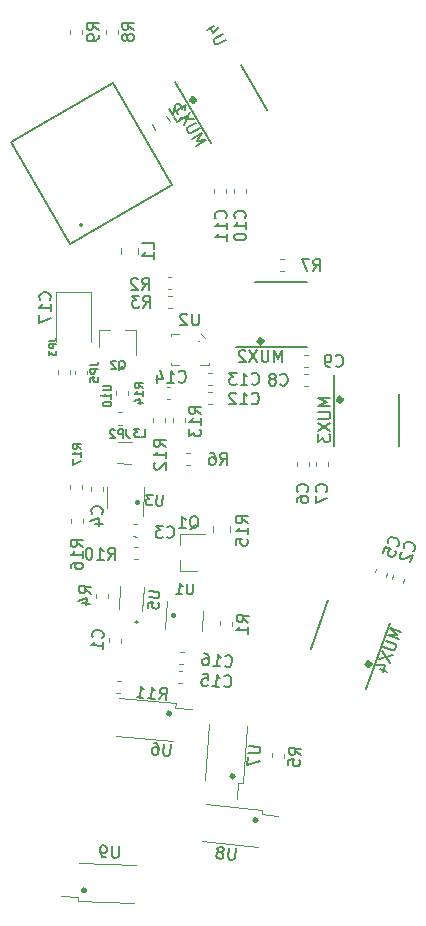
<source format=gbo>
G04 #@! TF.GenerationSoftware,KiCad,Pcbnew,(5.0.0)*
G04 #@! TF.CreationDate,2020-01-29T13:36:11+01:00*
G04 #@! TF.ProjectId,Insole_PCB,496E736F6C655F5043422E6B69636164,rev?*
G04 #@! TF.SameCoordinates,Original*
G04 #@! TF.FileFunction,Legend,Bot*
G04 #@! TF.FilePolarity,Positive*
%FSLAX46Y46*%
G04 Gerber Fmt 4.6, Leading zero omitted, Abs format (unit mm)*
G04 Created by KiCad (PCBNEW (5.0.0)) date 01/29/20 13:36:11*
%MOMM*%
%LPD*%
G01*
G04 APERTURE LIST*
%ADD10C,0.120000*%
%ADD11C,0.400000*%
%ADD12C,0.200000*%
%ADD13C,0.100000*%
%ADD14C,0.150000*%
%ADD15C,0.300000*%
%ADD16C,0.130000*%
G04 APERTURE END LIST*
D10*
G04 #@! TO.C,R17*
X185649453Y-179033486D02*
X185649453Y-178707928D01*
X186669453Y-179033486D02*
X186669453Y-178707928D01*
G04 #@! TO.C,C3*
X190965600Y-182017944D02*
X191291108Y-182023626D01*
X190947798Y-183037788D02*
X191273306Y-183043470D01*
D11*
G04 #@! TO.C,U3*
X191272327Y-180157226D02*
G75*
G03X191272327Y-180157226I0J0D01*
G01*
D10*
X191854581Y-178887194D02*
X191812172Y-181316824D01*
X188754332Y-180593347D02*
X188785049Y-178833615D01*
D12*
G04 #@! TO.C,U2*
X196549453Y-166460707D02*
G75*
G03X196549453Y-166460707I0J0D01*
G01*
D13*
X194149453Y-165860707D02*
X194149453Y-166080707D01*
X194869453Y-165860707D02*
X194149453Y-165860707D01*
X194149453Y-168560707D02*
X194869453Y-168560707D01*
X194149453Y-168340707D02*
X194149453Y-168560707D01*
X197349453Y-168560707D02*
X197349453Y-168340707D01*
X197349453Y-168560707D02*
X196629453Y-168560707D01*
X197049453Y-166260707D02*
X196699453Y-165910707D01*
D10*
G04 #@! TO.C,C1*
X189939566Y-191723900D02*
X189916856Y-192048665D01*
X188922050Y-191652749D02*
X188899340Y-191977514D01*
G04 #@! TO.C,C2*
X213934370Y-186682175D02*
X213823023Y-186988099D01*
X212975883Y-186333315D02*
X212864536Y-186639239D01*
G04 #@! TO.C,C4*
X188450216Y-178844854D02*
X188444534Y-179170362D01*
X187430372Y-178827052D02*
X187424690Y-179152560D01*
G04 #@! TO.C,C5*
X212484370Y-186132175D02*
X212373023Y-186438099D01*
X211525883Y-185783315D02*
X211414536Y-186089239D01*
G04 #@! TO.C,C6*
X204839453Y-177060986D02*
X204839453Y-176735428D01*
X205859453Y-177060986D02*
X205859453Y-176735428D01*
G04 #@! TO.C,C7*
X206439453Y-177073486D02*
X206439453Y-176747928D01*
X207459453Y-177073486D02*
X207459453Y-176747928D01*
G04 #@! TO.C,C8*
X205399174Y-169300707D02*
X205724732Y-169300707D01*
X205399174Y-170320707D02*
X205724732Y-170320707D01*
G04 #@! TO.C,C9*
X205399174Y-167700707D02*
X205724732Y-167700707D01*
X205399174Y-168720707D02*
X205724732Y-168720707D01*
G04 #@! TO.C,C10*
X199464453Y-153935986D02*
X199464453Y-153610428D01*
X200484453Y-153935986D02*
X200484453Y-153610428D01*
G04 #@! TO.C,C11*
X197839453Y-153948486D02*
X197839453Y-153622928D01*
X198859453Y-153948486D02*
X198859453Y-153622928D01*
G04 #@! TO.C,C12*
X197599732Y-171820707D02*
X197274174Y-171820707D01*
X197599732Y-170800707D02*
X197274174Y-170800707D01*
G04 #@! TO.C,C13*
X197599732Y-170220707D02*
X197274174Y-170220707D01*
X197599732Y-169200707D02*
X197274174Y-169200707D01*
G04 #@! TO.C,C14*
X193786674Y-170400707D02*
X194112232Y-170400707D01*
X193786674Y-171420707D02*
X194112232Y-171420707D01*
G04 #@! TO.C,L1*
X189909453Y-159116959D02*
X189909453Y-158594455D01*
X191329453Y-159116959D02*
X191329453Y-158594455D01*
G04 #@! TO.C,L2*
X192815201Y-148601958D02*
X192553949Y-148149456D01*
X194044957Y-147891958D02*
X193783705Y-147439456D01*
D11*
G04 #@! TO.C,MUX1*
X196165709Y-146088464D02*
G75*
G03X196165709Y-146088464I-158114J0D01*
G01*
D14*
X194537082Y-144541461D02*
X197524582Y-149715963D01*
X200109372Y-143142951D02*
X202309372Y-146953463D01*
D11*
G04 #@! TO.C,MUX2*
X201907567Y-166510707D02*
G75*
G03X201907567Y-166510707I-158114J0D01*
G01*
D14*
X199674453Y-167010707D02*
X205649453Y-167010707D01*
X201249453Y-161485707D02*
X205649453Y-161485707D01*
D11*
G04 #@! TO.C,MUX3*
X208607567Y-171460707D02*
G75*
G03X208607567Y-171460707I-158114J0D01*
G01*
D14*
X207949453Y-169385707D02*
X207949453Y-175360707D01*
X213474453Y-170960707D02*
X213474453Y-175360707D01*
D11*
G04 #@! TO.C,MUX4*
X211037426Y-193844831D02*
G75*
G03X211037426Y-193844831I-158114J0D01*
G01*
D14*
X210639466Y-195965703D02*
X212683037Y-190351040D01*
X205986346Y-192596026D02*
X207491235Y-188461378D01*
D10*
G04 #@! TO.C,Q2*
X188069453Y-165550707D02*
X188069453Y-167010707D01*
X191229453Y-165550707D02*
X191229453Y-167710707D01*
X191229453Y-165550707D02*
X190299453Y-165550707D01*
X188069453Y-165550707D02*
X188999453Y-165550707D01*
G04 #@! TO.C,R1*
X198312848Y-190530151D02*
X198329886Y-190205039D01*
X199331450Y-190583533D02*
X199348488Y-190258421D01*
G04 #@! TO.C,R2*
X193874174Y-161100707D02*
X194199732Y-161100707D01*
X193874174Y-162120707D02*
X194199732Y-162120707D01*
G04 #@! TO.C,R3*
X193886674Y-162700707D02*
X194212232Y-162700707D01*
X193886674Y-163720707D02*
X194212232Y-163720707D01*
G04 #@! TO.C,R4*
X188854823Y-187935826D02*
X188843461Y-188261186D01*
X187835445Y-187900228D02*
X187824083Y-188225588D01*
G04 #@! TO.C,R5*
X202729340Y-201737514D02*
X202752050Y-201412749D01*
X203746856Y-201808665D02*
X203769566Y-201483900D01*
G04 #@! TO.C,R6*
X195474174Y-176000707D02*
X195799732Y-176000707D01*
X195474174Y-177020707D02*
X195799732Y-177020707D01*
G04 #@! TO.C,R7*
X203386674Y-159550707D02*
X203712232Y-159550707D01*
X203386674Y-160570707D02*
X203712232Y-160570707D01*
G04 #@! TO.C,R8*
X188639453Y-140460986D02*
X188639453Y-140135428D01*
X189659453Y-140460986D02*
X189659453Y-140135428D01*
G04 #@! TO.C,R9*
X185639453Y-140473486D02*
X185639453Y-140147928D01*
X186659453Y-140473486D02*
X186659453Y-140147928D01*
G04 #@! TO.C,R10*
X191021174Y-183942707D02*
X191346732Y-183942707D01*
X191021174Y-184962707D02*
X191346732Y-184962707D01*
G04 #@! TO.C,R11*
X189851666Y-196332953D02*
X189527347Y-196304579D01*
X189940565Y-195316835D02*
X189616246Y-195288461D01*
G04 #@! TO.C,R12*
X192639453Y-173360986D02*
X192639453Y-173035428D01*
X193659453Y-173360986D02*
X193659453Y-173035428D01*
G04 #@! TO.C,R13*
X195359453Y-173047928D02*
X195359453Y-173373486D01*
X194339453Y-173047928D02*
X194339453Y-173373486D01*
G04 #@! TO.C,R14*
X189539453Y-171085986D02*
X189539453Y-170760428D01*
X190559453Y-171085986D02*
X190559453Y-170760428D01*
D11*
G04 #@! TO.C,U1*
X194321689Y-189661536D02*
G75*
G03X194321689Y-189661536I0J0D01*
G01*
D10*
X193695467Y-190910474D02*
X193822643Y-188483804D01*
X196853371Y-189313557D02*
X196761259Y-191071145D01*
D15*
G04 #@! TO.C,U4*
X186575929Y-156638014D02*
G75*
G03X186575929Y-156638014I0J0D01*
G01*
D14*
X194282241Y-153285738D02*
X185621987Y-158285738D01*
X189282241Y-144625484D02*
X194282241Y-153285738D01*
X180621987Y-149625484D02*
X189282241Y-144625484D01*
X185621987Y-158285738D02*
X180621987Y-149625484D01*
D12*
G04 #@! TO.C,U5*
X191358234Y-190304665D02*
G75*
G02X191158722Y-190290713I-99756J6976D01*
G01*
X191158721Y-190290713D02*
G75*
G02X191358235Y-190304665I99757J-6976D01*
G01*
X191158722Y-190290713D02*
X191158722Y-190290713D01*
X191358235Y-190304665D02*
X191358235Y-190304665D01*
D13*
X189871645Y-187193386D02*
X189732132Y-189188515D01*
X191866774Y-187332899D02*
X191727261Y-189328028D01*
D11*
G04 #@! TO.C,U6*
X194069584Y-198028776D02*
G75*
G03X194069584Y-198028776I-70710J0D01*
G01*
D10*
X194300000Y-200323754D02*
X189518265Y-199905407D01*
X194578898Y-197135931D02*
X189797163Y-196717584D01*
X194544036Y-197534409D02*
X195938708Y-197656427D01*
X194578898Y-197135931D02*
X194544036Y-197534409D01*
D11*
G04 #@! TO.C,U7*
X199436042Y-203351420D02*
G75*
G03X199436042Y-203351420I-70710J0D01*
G01*
D10*
X197075959Y-203692553D02*
X197410790Y-198904245D01*
X200268164Y-203915774D02*
X200602995Y-199127466D01*
X199869139Y-203887871D02*
X199771480Y-205284461D01*
X200268164Y-203915774D02*
X199869139Y-203887871D01*
D11*
G04 #@! TO.C,U8*
X201377698Y-207062872D02*
G75*
G03X201377698Y-207062872I-70710J0D01*
G01*
D10*
X201568015Y-209362756D02*
X196794310Y-208861019D01*
X201902506Y-206180285D02*
X197128801Y-205678549D01*
X201860694Y-206578094D02*
X203253025Y-206724434D01*
X201902506Y-206180285D02*
X201860694Y-206578094D01*
D11*
G04 #@! TO.C,U9*
X186868637Y-213004002D02*
G75*
G03X186868637Y-213004002I-70711J0D01*
G01*
D10*
X186377103Y-210727929D02*
X191174179Y-210895447D01*
X186265425Y-213925980D02*
X191062501Y-214093497D01*
X186279385Y-213526223D02*
X184880237Y-213477364D01*
X186265425Y-213925980D02*
X186279385Y-213526223D01*
G04 #@! TO.C,C15*
X194808228Y-194395527D02*
X195132993Y-194418237D01*
X194737077Y-195413043D02*
X195061842Y-195435753D01*
G04 #@! TO.C,C16*
X194927647Y-192825593D02*
X195252412Y-192848303D01*
X194856496Y-193843109D02*
X195181261Y-193865819D01*
G04 #@! TO.C,C17*
X187409453Y-162340707D02*
X187409453Y-166550707D01*
X184389453Y-162340707D02*
X187409453Y-162340707D01*
X184389453Y-166550707D02*
X184389453Y-162340707D01*
G04 #@! TO.C,Q1*
X194889453Y-185950707D02*
X194889453Y-185020707D01*
X194889453Y-182790707D02*
X194889453Y-183720707D01*
X194889453Y-182790707D02*
X197049453Y-182790707D01*
X194889453Y-185950707D02*
X196349453Y-185950707D01*
G04 #@! TO.C,R15*
X199149453Y-182174629D02*
X199149453Y-182691785D01*
X197729453Y-182174629D02*
X197729453Y-182691785D01*
G04 #@! TO.C,L3*
X190841307Y-175051353D02*
X189637362Y-175030338D01*
X190809544Y-176871076D02*
X189605599Y-176850061D01*
G04 #@! TO.C,JP2*
X189982232Y-172540707D02*
X189656674Y-172540707D01*
X189982232Y-173560707D02*
X189656674Y-173560707D01*
G04 #@! TO.C,JP5*
X186059453Y-169323486D02*
X186059453Y-168997928D01*
X187079453Y-169323486D02*
X187079453Y-168997928D01*
G04 #@! TO.C,R16*
X185659453Y-181567928D02*
X185659453Y-181893486D01*
X186679453Y-181567928D02*
X186679453Y-181893486D01*
D12*
G04 #@! TO.C,U10*
X188233453Y-171138707D02*
G75*
G03X188233453Y-171138707I-25000J0D01*
G01*
D10*
G04 #@! TO.C,JP3*
X185589453Y-169303486D02*
X185589453Y-168977928D01*
X184569453Y-169303486D02*
X184569453Y-168977928D01*
G04 #@! TO.C,R17*
D14*
X186556119Y-175610707D02*
X186222786Y-175377373D01*
X186556119Y-175210707D02*
X185856119Y-175210707D01*
X185856119Y-175477373D01*
X185889453Y-175544040D01*
X185922786Y-175577373D01*
X185989453Y-175610707D01*
X186089453Y-175610707D01*
X186156119Y-175577373D01*
X186189453Y-175544040D01*
X186222786Y-175477373D01*
X186222786Y-175210707D01*
X186556119Y-176277373D02*
X186556119Y-175877373D01*
X186556119Y-176077373D02*
X185856119Y-176077373D01*
X185956119Y-176010707D01*
X186022786Y-175944040D01*
X186056119Y-175877373D01*
X185856119Y-176510707D02*
X185856119Y-176977373D01*
X186556119Y-176677373D01*
G04 #@! TO.C,C3*
X193807400Y-183062599D02*
X193854181Y-183111042D01*
X193996185Y-183161147D01*
X194091408Y-183162809D01*
X194235075Y-183117690D01*
X194331961Y-183024129D01*
X194381235Y-182929736D01*
X194432171Y-182740120D01*
X194434664Y-182597285D01*
X194390376Y-182406006D01*
X194344427Y-182309952D01*
X194250865Y-182213066D01*
X194108861Y-182162961D01*
X194013637Y-182161299D01*
X193869971Y-182206417D01*
X193821528Y-182253198D01*
X193489907Y-182152157D02*
X192870954Y-182141353D01*
X193197588Y-182528065D01*
X193054753Y-182525572D01*
X192958698Y-182571522D01*
X192910255Y-182618302D01*
X192860981Y-182712695D01*
X192856826Y-182950754D01*
X192902776Y-183046808D01*
X192949556Y-183095251D01*
X193043949Y-183144525D01*
X193329620Y-183149512D01*
X193425674Y-183103562D01*
X193474117Y-183056781D01*
G04 #@! TO.C,U3*
X193457664Y-179533892D02*
X193444949Y-180262352D01*
X193400602Y-180347306D01*
X193357003Y-180389408D01*
X193270554Y-180430763D01*
X193099152Y-180427771D01*
X193014199Y-180383424D01*
X192972096Y-180339826D01*
X192930741Y-180253377D01*
X192943457Y-179524916D01*
X192600652Y-179518933D02*
X192043594Y-179509209D01*
X192337564Y-179857250D01*
X192209012Y-179855006D01*
X192122563Y-179896361D01*
X192078965Y-179938463D01*
X192034618Y-180023416D01*
X192030878Y-180237670D01*
X192072233Y-180324119D01*
X192114336Y-180367717D01*
X192199289Y-180412064D01*
X192456393Y-180416552D01*
X192542842Y-180375197D01*
X192586440Y-180333094D01*
G04 #@! TO.C,U2*
X196511357Y-164163087D02*
X196511357Y-164972611D01*
X196463738Y-165067849D01*
X196416119Y-165115468D01*
X196320881Y-165163087D01*
X196130405Y-165163087D01*
X196035167Y-165115468D01*
X195987548Y-165067849D01*
X195939929Y-164972611D01*
X195939929Y-164163087D01*
X195511357Y-164258326D02*
X195463738Y-164210707D01*
X195368500Y-164163087D01*
X195130405Y-164163087D01*
X195035167Y-164210707D01*
X194987548Y-164258326D01*
X194939929Y-164353564D01*
X194939929Y-164448802D01*
X194987548Y-164591659D01*
X195558976Y-165163087D01*
X194939929Y-165163087D01*
G04 #@! TO.C,C1*
X188360834Y-191609607D02*
X188411659Y-191565426D01*
X188469128Y-191426238D01*
X188475771Y-191331232D01*
X188438233Y-191185401D01*
X188349871Y-191083752D01*
X188258186Y-191029605D01*
X188071496Y-190968815D01*
X187928987Y-190958850D01*
X187735653Y-190993066D01*
X187637325Y-191033926D01*
X187535675Y-191122288D01*
X187478207Y-191261476D01*
X187471563Y-191356482D01*
X187509101Y-191502313D01*
X187553283Y-191553137D01*
X188389406Y-192566311D02*
X188429267Y-191996275D01*
X188409336Y-192281293D02*
X187411772Y-192211537D01*
X187560925Y-192126496D01*
X187662574Y-192038133D01*
X187716721Y-191946449D01*
G04 #@! TO.C,C2*
X214642060Y-184276241D02*
X214703094Y-184247781D01*
X214796702Y-184129825D01*
X214829275Y-184040331D01*
X214833388Y-183889802D01*
X214776467Y-183767734D01*
X214703259Y-183690414D01*
X214540556Y-183580520D01*
X214406314Y-183531660D01*
X214211039Y-183511260D01*
X214105257Y-183523434D01*
X213983190Y-183580356D01*
X213889582Y-183698311D01*
X213857009Y-183787805D01*
X213852896Y-183938334D01*
X213881357Y-183999368D01*
X213751063Y-184357346D02*
X213690029Y-184385806D01*
X213612709Y-184459014D01*
X213531276Y-184682751D01*
X213543449Y-184788532D01*
X213571910Y-184849566D01*
X213645118Y-184926886D01*
X213734612Y-184959460D01*
X213885141Y-184963572D01*
X214617548Y-184622045D01*
X214405821Y-185203760D01*
G04 #@! TO.C,C4*
X188297450Y-181124298D02*
X188345893Y-181077517D01*
X188395998Y-180935513D01*
X188397660Y-180840290D01*
X188352541Y-180696623D01*
X188258980Y-180599737D01*
X188164587Y-180550463D01*
X187974971Y-180499527D01*
X187832136Y-180497034D01*
X187640857Y-180541322D01*
X187544803Y-180587271D01*
X187447917Y-180680833D01*
X187397812Y-180822837D01*
X187396150Y-180918061D01*
X187441268Y-181061727D01*
X187488049Y-181110170D01*
X187711149Y-181971338D02*
X188377714Y-181982973D01*
X187334410Y-181726630D02*
X188052742Y-181501037D01*
X188041938Y-182119991D01*
G04 #@! TO.C,C5*
X213292060Y-183876241D02*
X213353094Y-183847781D01*
X213446702Y-183729825D01*
X213479275Y-183640331D01*
X213483388Y-183489802D01*
X213426467Y-183367734D01*
X213353259Y-183290414D01*
X213190556Y-183180520D01*
X213056314Y-183131660D01*
X212861039Y-183111260D01*
X212755257Y-183123434D01*
X212633190Y-183180356D01*
X212539582Y-183298311D01*
X212507009Y-183387805D01*
X212502896Y-183538334D01*
X212531357Y-183599368D01*
X212132415Y-184416992D02*
X212295282Y-183969520D01*
X212759042Y-184087639D01*
X212698008Y-184116100D01*
X212620687Y-184189308D01*
X212539254Y-184413044D01*
X212551428Y-184518825D01*
X212579888Y-184579859D01*
X212653096Y-184657180D01*
X212876832Y-184738613D01*
X212982614Y-184726439D01*
X213043648Y-184697979D01*
X213120968Y-184624771D01*
X213202401Y-184401034D01*
X213190228Y-184295253D01*
X213161767Y-184234219D01*
G04 #@! TO.C,C6*
X205706595Y-179244040D02*
X205754214Y-179196421D01*
X205801833Y-179053564D01*
X205801833Y-178958326D01*
X205754214Y-178815468D01*
X205658976Y-178720230D01*
X205563738Y-178672611D01*
X205373262Y-178624992D01*
X205230405Y-178624992D01*
X205039929Y-178672611D01*
X204944691Y-178720230D01*
X204849453Y-178815468D01*
X204801833Y-178958326D01*
X204801833Y-179053564D01*
X204849453Y-179196421D01*
X204897072Y-179244040D01*
X204801833Y-180101183D02*
X204801833Y-179910707D01*
X204849453Y-179815468D01*
X204897072Y-179767849D01*
X205039929Y-179672611D01*
X205230405Y-179624992D01*
X205611357Y-179624992D01*
X205706595Y-179672611D01*
X205754214Y-179720230D01*
X205801833Y-179815468D01*
X205801833Y-180005945D01*
X205754214Y-180101183D01*
X205706595Y-180148802D01*
X205611357Y-180196421D01*
X205373262Y-180196421D01*
X205278024Y-180148802D01*
X205230405Y-180101183D01*
X205182786Y-180005945D01*
X205182786Y-179815468D01*
X205230405Y-179720230D01*
X205278024Y-179672611D01*
X205373262Y-179624992D01*
G04 #@! TO.C,C7*
X207306595Y-179244040D02*
X207354214Y-179196421D01*
X207401833Y-179053564D01*
X207401833Y-178958326D01*
X207354214Y-178815468D01*
X207258976Y-178720230D01*
X207163738Y-178672611D01*
X206973262Y-178624992D01*
X206830405Y-178624992D01*
X206639929Y-178672611D01*
X206544691Y-178720230D01*
X206449453Y-178815468D01*
X206401833Y-178958326D01*
X206401833Y-179053564D01*
X206449453Y-179196421D01*
X206497072Y-179244040D01*
X206401833Y-179577373D02*
X206401833Y-180244040D01*
X207401833Y-179815468D01*
G04 #@! TO.C,C8*
X203416119Y-170167849D02*
X203463738Y-170215468D01*
X203606595Y-170263087D01*
X203701833Y-170263087D01*
X203844691Y-170215468D01*
X203939929Y-170120230D01*
X203987548Y-170024992D01*
X204035167Y-169834516D01*
X204035167Y-169691659D01*
X203987548Y-169501183D01*
X203939929Y-169405945D01*
X203844691Y-169310707D01*
X203701833Y-169263087D01*
X203606595Y-169263087D01*
X203463738Y-169310707D01*
X203416119Y-169358326D01*
X202844691Y-169691659D02*
X202939929Y-169644040D01*
X202987548Y-169596421D01*
X203035167Y-169501183D01*
X203035167Y-169453564D01*
X202987548Y-169358326D01*
X202939929Y-169310707D01*
X202844691Y-169263087D01*
X202654214Y-169263087D01*
X202558976Y-169310707D01*
X202511357Y-169358326D01*
X202463738Y-169453564D01*
X202463738Y-169501183D01*
X202511357Y-169596421D01*
X202558976Y-169644040D01*
X202654214Y-169691659D01*
X202844691Y-169691659D01*
X202939929Y-169739278D01*
X202987548Y-169786897D01*
X203035167Y-169882135D01*
X203035167Y-170072611D01*
X202987548Y-170167849D01*
X202939929Y-170215468D01*
X202844691Y-170263087D01*
X202654214Y-170263087D01*
X202558976Y-170215468D01*
X202511357Y-170167849D01*
X202463738Y-170072611D01*
X202463738Y-169882135D01*
X202511357Y-169786897D01*
X202558976Y-169739278D01*
X202654214Y-169691659D01*
G04 #@! TO.C,C9*
X208116119Y-168567849D02*
X208163738Y-168615468D01*
X208306595Y-168663087D01*
X208401833Y-168663087D01*
X208544691Y-168615468D01*
X208639929Y-168520230D01*
X208687548Y-168424992D01*
X208735167Y-168234516D01*
X208735167Y-168091659D01*
X208687548Y-167901183D01*
X208639929Y-167805945D01*
X208544691Y-167710707D01*
X208401833Y-167663087D01*
X208306595Y-167663087D01*
X208163738Y-167710707D01*
X208116119Y-167758326D01*
X207639929Y-168663087D02*
X207449453Y-168663087D01*
X207354214Y-168615468D01*
X207306595Y-168567849D01*
X207211357Y-168424992D01*
X207163738Y-168234516D01*
X207163738Y-167853564D01*
X207211357Y-167758326D01*
X207258976Y-167710707D01*
X207354214Y-167663087D01*
X207544691Y-167663087D01*
X207639929Y-167710707D01*
X207687548Y-167758326D01*
X207735167Y-167853564D01*
X207735167Y-168091659D01*
X207687548Y-168186897D01*
X207639929Y-168234516D01*
X207544691Y-168282135D01*
X207354214Y-168282135D01*
X207258976Y-168234516D01*
X207211357Y-168186897D01*
X207163738Y-168091659D01*
G04 #@! TO.C,C10*
X200406595Y-156067849D02*
X200454214Y-156020230D01*
X200501833Y-155877373D01*
X200501833Y-155782135D01*
X200454214Y-155639278D01*
X200358976Y-155544040D01*
X200263738Y-155496421D01*
X200073262Y-155448802D01*
X199930405Y-155448802D01*
X199739929Y-155496421D01*
X199644691Y-155544040D01*
X199549453Y-155639278D01*
X199501833Y-155782135D01*
X199501833Y-155877373D01*
X199549453Y-156020230D01*
X199597072Y-156067849D01*
X200501833Y-157020230D02*
X200501833Y-156448802D01*
X200501833Y-156734516D02*
X199501833Y-156734516D01*
X199644691Y-156639278D01*
X199739929Y-156544040D01*
X199787548Y-156448802D01*
X199501833Y-157639278D02*
X199501833Y-157734516D01*
X199549453Y-157829754D01*
X199597072Y-157877373D01*
X199692310Y-157924992D01*
X199882786Y-157972611D01*
X200120881Y-157972611D01*
X200311357Y-157924992D01*
X200406595Y-157877373D01*
X200454214Y-157829754D01*
X200501833Y-157734516D01*
X200501833Y-157639278D01*
X200454214Y-157544040D01*
X200406595Y-157496421D01*
X200311357Y-157448802D01*
X200120881Y-157401183D01*
X199882786Y-157401183D01*
X199692310Y-157448802D01*
X199597072Y-157496421D01*
X199549453Y-157544040D01*
X199501833Y-157639278D01*
G04 #@! TO.C,C11*
X198781595Y-156092849D02*
X198829214Y-156045230D01*
X198876833Y-155902373D01*
X198876833Y-155807135D01*
X198829214Y-155664278D01*
X198733976Y-155569040D01*
X198638738Y-155521421D01*
X198448262Y-155473802D01*
X198305405Y-155473802D01*
X198114929Y-155521421D01*
X198019691Y-155569040D01*
X197924453Y-155664278D01*
X197876833Y-155807135D01*
X197876833Y-155902373D01*
X197924453Y-156045230D01*
X197972072Y-156092849D01*
X198876833Y-157045230D02*
X198876833Y-156473802D01*
X198876833Y-156759516D02*
X197876833Y-156759516D01*
X198019691Y-156664278D01*
X198114929Y-156569040D01*
X198162548Y-156473802D01*
X198876833Y-157997611D02*
X198876833Y-157426183D01*
X198876833Y-157711897D02*
X197876833Y-157711897D01*
X198019691Y-157616659D01*
X198114929Y-157521421D01*
X198162548Y-157426183D01*
G04 #@! TO.C,C12*
X200992310Y-171767849D02*
X201039929Y-171815468D01*
X201182786Y-171863087D01*
X201278024Y-171863087D01*
X201420881Y-171815468D01*
X201516119Y-171720230D01*
X201563738Y-171624992D01*
X201611357Y-171434516D01*
X201611357Y-171291659D01*
X201563738Y-171101183D01*
X201516119Y-171005945D01*
X201420881Y-170910707D01*
X201278024Y-170863087D01*
X201182786Y-170863087D01*
X201039929Y-170910707D01*
X200992310Y-170958326D01*
X200039929Y-171863087D02*
X200611357Y-171863087D01*
X200325643Y-171863087D02*
X200325643Y-170863087D01*
X200420881Y-171005945D01*
X200516119Y-171101183D01*
X200611357Y-171148802D01*
X199658976Y-170958326D02*
X199611357Y-170910707D01*
X199516119Y-170863087D01*
X199278024Y-170863087D01*
X199182786Y-170910707D01*
X199135167Y-170958326D01*
X199087548Y-171053564D01*
X199087548Y-171148802D01*
X199135167Y-171291659D01*
X199706595Y-171863087D01*
X199087548Y-171863087D01*
G04 #@! TO.C,C13*
X201002310Y-170097849D02*
X201049929Y-170145468D01*
X201192786Y-170193087D01*
X201288024Y-170193087D01*
X201430881Y-170145468D01*
X201526119Y-170050230D01*
X201573738Y-169954992D01*
X201621357Y-169764516D01*
X201621357Y-169621659D01*
X201573738Y-169431183D01*
X201526119Y-169335945D01*
X201430881Y-169240707D01*
X201288024Y-169193087D01*
X201192786Y-169193087D01*
X201049929Y-169240707D01*
X201002310Y-169288326D01*
X200049929Y-170193087D02*
X200621357Y-170193087D01*
X200335643Y-170193087D02*
X200335643Y-169193087D01*
X200430881Y-169335945D01*
X200526119Y-169431183D01*
X200621357Y-169478802D01*
X199716595Y-169193087D02*
X199097548Y-169193087D01*
X199430881Y-169574040D01*
X199288024Y-169574040D01*
X199192786Y-169621659D01*
X199145167Y-169669278D01*
X199097548Y-169764516D01*
X199097548Y-170002611D01*
X199145167Y-170097849D01*
X199192786Y-170145468D01*
X199288024Y-170193087D01*
X199573738Y-170193087D01*
X199668976Y-170145468D01*
X199716595Y-170097849D01*
G04 #@! TO.C,C14*
X194812310Y-169917849D02*
X194859929Y-169965468D01*
X195002786Y-170013087D01*
X195098024Y-170013087D01*
X195240881Y-169965468D01*
X195336119Y-169870230D01*
X195383738Y-169774992D01*
X195431357Y-169584516D01*
X195431357Y-169441659D01*
X195383738Y-169251183D01*
X195336119Y-169155945D01*
X195240881Y-169060707D01*
X195098024Y-169013087D01*
X195002786Y-169013087D01*
X194859929Y-169060707D01*
X194812310Y-169108326D01*
X193859929Y-170013087D02*
X194431357Y-170013087D01*
X194145643Y-170013087D02*
X194145643Y-169013087D01*
X194240881Y-169155945D01*
X194336119Y-169251183D01*
X194431357Y-169298802D01*
X193002786Y-169346421D02*
X193002786Y-170013087D01*
X193240881Y-168965468D02*
X193478976Y-169679754D01*
X192859929Y-169679754D01*
G04 #@! TO.C,L1*
X192721833Y-158689040D02*
X192721833Y-158212849D01*
X191721833Y-158212849D01*
X192721833Y-159546183D02*
X192721833Y-158974754D01*
X192721833Y-159260468D02*
X191721833Y-159260468D01*
X191864691Y-159165230D01*
X191959929Y-159069992D01*
X192007548Y-158974754D01*
G04 #@! TO.C,L2*
X194419954Y-147566235D02*
X194658050Y-147978628D01*
X195524075Y-147478628D01*
X195060644Y-146866418D02*
X195078074Y-146801369D01*
X195071694Y-146695081D01*
X194952647Y-146488884D01*
X194863788Y-146430215D01*
X194798739Y-146412785D01*
X194692451Y-146419165D01*
X194609973Y-146466784D01*
X194510064Y-146579452D01*
X194300907Y-147360038D01*
X193991383Y-146823927D01*
G04 #@! TO.C,MUX1*
X196288051Y-149978991D02*
X197154076Y-149478991D01*
X196368820Y-149547458D01*
X196820743Y-148901640D01*
X195954718Y-149401640D01*
X196582648Y-148489247D02*
X195881580Y-148894009D01*
X195775292Y-148900389D01*
X195710243Y-148882959D01*
X195621384Y-148824290D01*
X195526146Y-148659333D01*
X195519767Y-148553045D01*
X195537196Y-148487996D01*
X195595865Y-148399137D01*
X196296934Y-147994376D01*
X196106457Y-147664461D02*
X194907099Y-147587111D01*
X195773124Y-147087111D02*
X195240432Y-148164461D01*
X194454718Y-146803564D02*
X194740432Y-147298436D01*
X194597575Y-147051000D02*
X195463600Y-146551000D01*
X195387501Y-146704907D01*
X195352642Y-146835005D01*
X195359022Y-146941293D01*
G04 #@! TO.C,MUX2*
X203558976Y-168263087D02*
X203558976Y-167263087D01*
X203225643Y-167977373D01*
X202892310Y-167263087D01*
X202892310Y-168263087D01*
X202416119Y-167263087D02*
X202416119Y-168072611D01*
X202368500Y-168167849D01*
X202320881Y-168215468D01*
X202225643Y-168263087D01*
X202035167Y-168263087D01*
X201939929Y-168215468D01*
X201892310Y-168167849D01*
X201844691Y-168072611D01*
X201844691Y-167263087D01*
X201463738Y-167263087D02*
X200797072Y-168263087D01*
X200797072Y-167263087D02*
X201463738Y-168263087D01*
X200463738Y-167358326D02*
X200416119Y-167310707D01*
X200320881Y-167263087D01*
X200082786Y-167263087D01*
X199987548Y-167310707D01*
X199939929Y-167358326D01*
X199892310Y-167453564D01*
X199892310Y-167548802D01*
X199939929Y-167691659D01*
X200511357Y-168263087D01*
X199892310Y-168263087D01*
G04 #@! TO.C,MUX3*
X207651833Y-171351183D02*
X206651833Y-171351183D01*
X207366119Y-171684516D01*
X206651833Y-172017849D01*
X207651833Y-172017849D01*
X206651833Y-172494040D02*
X207461357Y-172494040D01*
X207556595Y-172541659D01*
X207604214Y-172589278D01*
X207651833Y-172684516D01*
X207651833Y-172874992D01*
X207604214Y-172970230D01*
X207556595Y-173017849D01*
X207461357Y-173065468D01*
X206651833Y-173065468D01*
X206651833Y-173446421D02*
X207651833Y-174113087D01*
X206651833Y-174113087D02*
X207651833Y-173446421D01*
X206651833Y-174398802D02*
X206651833Y-175017849D01*
X207032786Y-174684516D01*
X207032786Y-174827373D01*
X207080405Y-174922611D01*
X207128024Y-174970230D01*
X207223262Y-175017849D01*
X207461357Y-175017849D01*
X207556595Y-174970230D01*
X207604214Y-174922611D01*
X207651833Y-174827373D01*
X207651833Y-174541659D01*
X207604214Y-174446421D01*
X207556595Y-174398802D01*
G04 #@! TO.C,MUX4*
X213679354Y-191129206D02*
X212739662Y-190787186D01*
X213296864Y-191344717D01*
X212511648Y-191413647D01*
X213451341Y-191755667D01*
X212348781Y-191861120D02*
X213109485Y-192137993D01*
X213182693Y-192215314D01*
X213211153Y-192276348D01*
X213223327Y-192382129D01*
X213158181Y-192561118D01*
X213080860Y-192634326D01*
X213019826Y-192662787D01*
X212914045Y-192674961D01*
X212153341Y-192398087D01*
X212023048Y-192756065D02*
X212734727Y-193724547D01*
X211795034Y-193382527D02*
X212962741Y-193098086D01*
X211831392Y-194257237D02*
X212457854Y-194485251D01*
X211554847Y-193903208D02*
X212307489Y-193923771D01*
X212095763Y-194505486D01*
G04 #@! TO.C,Q2*
X189736119Y-168914040D02*
X189802786Y-168880707D01*
X189869453Y-168814040D01*
X189969453Y-168714040D01*
X190036119Y-168680707D01*
X190102786Y-168680707D01*
X190069453Y-168847373D02*
X190136119Y-168814040D01*
X190202786Y-168747373D01*
X190236119Y-168614040D01*
X190236119Y-168380707D01*
X190202786Y-168247373D01*
X190136119Y-168180707D01*
X190069453Y-168147373D01*
X189936119Y-168147373D01*
X189869453Y-168180707D01*
X189802786Y-168247373D01*
X189769453Y-168380707D01*
X189769453Y-168614040D01*
X189802786Y-168747373D01*
X189869453Y-168814040D01*
X189936119Y-168847373D01*
X190069453Y-168847373D01*
X189502786Y-168214040D02*
X189469453Y-168180707D01*
X189402786Y-168147373D01*
X189236119Y-168147373D01*
X189169453Y-168180707D01*
X189136119Y-168214040D01*
X189102786Y-168280707D01*
X189102786Y-168347373D01*
X189136119Y-168447373D01*
X189536119Y-168847373D01*
X189102786Y-168847373D01*
G04 #@! TO.C,R1*
X200719191Y-190326363D02*
X200261099Y-189968565D01*
X200749097Y-189755718D02*
X199750468Y-189703382D01*
X199730530Y-190083812D01*
X199773100Y-190181412D01*
X199818161Y-190231458D01*
X199910777Y-190283996D01*
X200053438Y-190291472D01*
X200151038Y-190248903D01*
X200201084Y-190203841D01*
X200253622Y-190111226D01*
X200273560Y-189730796D01*
X200669347Y-191277439D02*
X200699254Y-190706793D01*
X200684301Y-190992116D02*
X199685671Y-190939780D01*
X199833317Y-190852149D01*
X199933409Y-190762026D01*
X199985947Y-190669411D01*
G04 #@! TO.C,R2*
X191716119Y-162163087D02*
X192049453Y-161686897D01*
X192287548Y-162163087D02*
X192287548Y-161163087D01*
X191906595Y-161163087D01*
X191811357Y-161210707D01*
X191763738Y-161258326D01*
X191716119Y-161353564D01*
X191716119Y-161496421D01*
X191763738Y-161591659D01*
X191811357Y-161639278D01*
X191906595Y-161686897D01*
X192287548Y-161686897D01*
X191335167Y-161258326D02*
X191287548Y-161210707D01*
X191192310Y-161163087D01*
X190954214Y-161163087D01*
X190858976Y-161210707D01*
X190811357Y-161258326D01*
X190763738Y-161353564D01*
X190763738Y-161448802D01*
X190811357Y-161591659D01*
X191382786Y-162163087D01*
X190763738Y-162163087D01*
G04 #@! TO.C,R3*
X191816119Y-163663087D02*
X192149453Y-163186897D01*
X192387548Y-163663087D02*
X192387548Y-162663087D01*
X192006595Y-162663087D01*
X191911357Y-162710707D01*
X191863738Y-162758326D01*
X191816119Y-162853564D01*
X191816119Y-162996421D01*
X191863738Y-163091659D01*
X191911357Y-163139278D01*
X192006595Y-163186897D01*
X192387548Y-163186897D01*
X191482786Y-162663087D02*
X190863738Y-162663087D01*
X191197072Y-163044040D01*
X191054214Y-163044040D01*
X190958976Y-163091659D01*
X190911357Y-163139278D01*
X190863738Y-163234516D01*
X190863738Y-163472611D01*
X190911357Y-163567849D01*
X190958976Y-163615468D01*
X191054214Y-163663087D01*
X191339929Y-163663087D01*
X191435167Y-163615468D01*
X191482786Y-163567849D01*
G04 #@! TO.C,R4*
X187368245Y-187880023D02*
X186903978Y-187530274D01*
X187388188Y-187308943D02*
X186388797Y-187274043D01*
X186375502Y-187654764D01*
X186419768Y-187751606D01*
X186465697Y-187800857D01*
X186559215Y-187851771D01*
X186701985Y-187856757D01*
X186798827Y-187812491D01*
X186848079Y-187766562D01*
X186898993Y-187673044D01*
X186912288Y-187292324D01*
X186672071Y-188713378D02*
X187338332Y-188736644D01*
X186299660Y-188462132D02*
X187021820Y-188249110D01*
X187000216Y-188867781D01*
G04 #@! TO.C,R5*
X205138875Y-201575754D02*
X204687096Y-201210016D01*
X205178735Y-201005718D02*
X204181171Y-200935961D01*
X204154597Y-201315986D01*
X204195457Y-201414313D01*
X204239638Y-201465138D01*
X204331323Y-201519285D01*
X204473832Y-201529250D01*
X204572160Y-201488390D01*
X204622984Y-201444209D01*
X204677131Y-201352525D01*
X204703705Y-200972500D01*
X204078198Y-202408556D02*
X204111415Y-201933525D01*
X204589767Y-201919240D01*
X204538942Y-201963421D01*
X204484796Y-202055105D01*
X204468187Y-202292621D01*
X204509047Y-202390948D01*
X204553228Y-202441773D01*
X204644912Y-202495920D01*
X204882428Y-202512528D01*
X204980755Y-202471669D01*
X205031580Y-202427487D01*
X205085727Y-202335803D01*
X205102335Y-202098288D01*
X205061476Y-201999960D01*
X205017295Y-201949135D01*
G04 #@! TO.C,R6*
X198316119Y-176963087D02*
X198649453Y-176486897D01*
X198887548Y-176963087D02*
X198887548Y-175963087D01*
X198506595Y-175963087D01*
X198411357Y-176010707D01*
X198363738Y-176058326D01*
X198316119Y-176153564D01*
X198316119Y-176296421D01*
X198363738Y-176391659D01*
X198411357Y-176439278D01*
X198506595Y-176486897D01*
X198887548Y-176486897D01*
X197458976Y-175963087D02*
X197649453Y-175963087D01*
X197744691Y-176010707D01*
X197792310Y-176058326D01*
X197887548Y-176201183D01*
X197935167Y-176391659D01*
X197935167Y-176772611D01*
X197887548Y-176867849D01*
X197839929Y-176915468D01*
X197744691Y-176963087D01*
X197554214Y-176963087D01*
X197458976Y-176915468D01*
X197411357Y-176867849D01*
X197363738Y-176772611D01*
X197363738Y-176534516D01*
X197411357Y-176439278D01*
X197458976Y-176391659D01*
X197554214Y-176344040D01*
X197744691Y-176344040D01*
X197839929Y-176391659D01*
X197887548Y-176439278D01*
X197935167Y-176534516D01*
G04 #@! TO.C,R7*
X206216119Y-160563087D02*
X206549453Y-160086897D01*
X206787548Y-160563087D02*
X206787548Y-159563087D01*
X206406595Y-159563087D01*
X206311357Y-159610707D01*
X206263738Y-159658326D01*
X206216119Y-159753564D01*
X206216119Y-159896421D01*
X206263738Y-159991659D01*
X206311357Y-160039278D01*
X206406595Y-160086897D01*
X206787548Y-160086897D01*
X205882786Y-159563087D02*
X205216119Y-159563087D01*
X205644691Y-160563087D01*
G04 #@! TO.C,R8*
X191031833Y-140131540D02*
X190555643Y-139798207D01*
X191031833Y-139560111D02*
X190031833Y-139560111D01*
X190031833Y-139941064D01*
X190079453Y-140036302D01*
X190127072Y-140083921D01*
X190222310Y-140131540D01*
X190365167Y-140131540D01*
X190460405Y-140083921D01*
X190508024Y-140036302D01*
X190555643Y-139941064D01*
X190555643Y-139560111D01*
X190460405Y-140702968D02*
X190412786Y-140607730D01*
X190365167Y-140560111D01*
X190269929Y-140512492D01*
X190222310Y-140512492D01*
X190127072Y-140560111D01*
X190079453Y-140607730D01*
X190031833Y-140702968D01*
X190031833Y-140893445D01*
X190079453Y-140988683D01*
X190127072Y-141036302D01*
X190222310Y-141083921D01*
X190269929Y-141083921D01*
X190365167Y-141036302D01*
X190412786Y-140988683D01*
X190460405Y-140893445D01*
X190460405Y-140702968D01*
X190508024Y-140607730D01*
X190555643Y-140560111D01*
X190650881Y-140512492D01*
X190841357Y-140512492D01*
X190936595Y-140560111D01*
X190984214Y-140607730D01*
X191031833Y-140702968D01*
X191031833Y-140893445D01*
X190984214Y-140988683D01*
X190936595Y-141036302D01*
X190841357Y-141083921D01*
X190650881Y-141083921D01*
X190555643Y-141036302D01*
X190508024Y-140988683D01*
X190460405Y-140893445D01*
G04 #@! TO.C,R9*
X188031833Y-140144040D02*
X187555643Y-139810707D01*
X188031833Y-139572611D02*
X187031833Y-139572611D01*
X187031833Y-139953564D01*
X187079453Y-140048802D01*
X187127072Y-140096421D01*
X187222310Y-140144040D01*
X187365167Y-140144040D01*
X187460405Y-140096421D01*
X187508024Y-140048802D01*
X187555643Y-139953564D01*
X187555643Y-139572611D01*
X188031833Y-140620230D02*
X188031833Y-140810707D01*
X187984214Y-140905945D01*
X187936595Y-140953564D01*
X187793738Y-141048802D01*
X187603262Y-141096421D01*
X187222310Y-141096421D01*
X187127072Y-141048802D01*
X187079453Y-141001183D01*
X187031833Y-140905945D01*
X187031833Y-140715468D01*
X187079453Y-140620230D01*
X187127072Y-140572611D01*
X187222310Y-140524992D01*
X187460405Y-140524992D01*
X187555643Y-140572611D01*
X187603262Y-140620230D01*
X187650881Y-140715468D01*
X187650881Y-140905945D01*
X187603262Y-141001183D01*
X187555643Y-141048802D01*
X187460405Y-141096421D01*
G04 #@! TO.C,R10*
X188852310Y-184993087D02*
X189185643Y-184516897D01*
X189423738Y-184993087D02*
X189423738Y-183993087D01*
X189042786Y-183993087D01*
X188947548Y-184040707D01*
X188899929Y-184088326D01*
X188852310Y-184183564D01*
X188852310Y-184326421D01*
X188899929Y-184421659D01*
X188947548Y-184469278D01*
X189042786Y-184516897D01*
X189423738Y-184516897D01*
X187899929Y-184993087D02*
X188471357Y-184993087D01*
X188185643Y-184993087D02*
X188185643Y-183993087D01*
X188280881Y-184135945D01*
X188376119Y-184231183D01*
X188471357Y-184278802D01*
X187280881Y-183993087D02*
X187185643Y-183993087D01*
X187090405Y-184040707D01*
X187042786Y-184088326D01*
X186995167Y-184183564D01*
X186947548Y-184374040D01*
X186947548Y-184612135D01*
X186995167Y-184802611D01*
X187042786Y-184897849D01*
X187090405Y-184945468D01*
X187185643Y-184993087D01*
X187280881Y-184993087D01*
X187376119Y-184945468D01*
X187423738Y-184897849D01*
X187471357Y-184802611D01*
X187518976Y-184612135D01*
X187518976Y-184374040D01*
X187471357Y-184183564D01*
X187423738Y-184088326D01*
X187376119Y-184040707D01*
X187280881Y-183993087D01*
G04 #@! TO.C,R11*
X193150436Y-196817395D02*
X193524003Y-196372068D01*
X193719690Y-196867198D02*
X193806846Y-195871003D01*
X193427343Y-195837801D01*
X193328317Y-195876938D01*
X193276729Y-195920226D01*
X193220990Y-196010951D01*
X193208540Y-196153265D01*
X193247677Y-196252291D01*
X193290964Y-196303879D01*
X193381690Y-196359617D01*
X193761193Y-196392820D01*
X192201679Y-196734389D02*
X192770933Y-196784193D01*
X192486306Y-196759291D02*
X192573462Y-195763096D01*
X192655887Y-195913710D01*
X192742462Y-196016886D01*
X192833187Y-196072625D01*
X191252922Y-196651384D02*
X191822176Y-196701187D01*
X191537549Y-196676285D02*
X191624705Y-195680091D01*
X191707130Y-195830705D01*
X191793705Y-195933881D01*
X191884430Y-195989619D01*
G04 #@! TO.C,R12*
X193701833Y-175467849D02*
X193225643Y-175134516D01*
X193701833Y-174896421D02*
X192701833Y-174896421D01*
X192701833Y-175277373D01*
X192749453Y-175372611D01*
X192797072Y-175420230D01*
X192892310Y-175467849D01*
X193035167Y-175467849D01*
X193130405Y-175420230D01*
X193178024Y-175372611D01*
X193225643Y-175277373D01*
X193225643Y-174896421D01*
X193701833Y-176420230D02*
X193701833Y-175848802D01*
X193701833Y-176134516D02*
X192701833Y-176134516D01*
X192844691Y-176039278D01*
X192939929Y-175944040D01*
X192987548Y-175848802D01*
X192797072Y-176801183D02*
X192749453Y-176848802D01*
X192701833Y-176944040D01*
X192701833Y-177182135D01*
X192749453Y-177277373D01*
X192797072Y-177324992D01*
X192892310Y-177372611D01*
X192987548Y-177372611D01*
X193130405Y-177324992D01*
X193701833Y-176753564D01*
X193701833Y-177372611D01*
G04 #@! TO.C,R13*
X196701833Y-172667849D02*
X196225643Y-172334516D01*
X196701833Y-172096421D02*
X195701833Y-172096421D01*
X195701833Y-172477373D01*
X195749453Y-172572611D01*
X195797072Y-172620230D01*
X195892310Y-172667849D01*
X196035167Y-172667849D01*
X196130405Y-172620230D01*
X196178024Y-172572611D01*
X196225643Y-172477373D01*
X196225643Y-172096421D01*
X196701833Y-173620230D02*
X196701833Y-173048802D01*
X196701833Y-173334516D02*
X195701833Y-173334516D01*
X195844691Y-173239278D01*
X195939929Y-173144040D01*
X195987548Y-173048802D01*
X195701833Y-173953564D02*
X195701833Y-174572611D01*
X196082786Y-174239278D01*
X196082786Y-174382135D01*
X196130405Y-174477373D01*
X196178024Y-174524992D01*
X196273262Y-174572611D01*
X196511357Y-174572611D01*
X196606595Y-174524992D01*
X196654214Y-174477373D01*
X196701833Y-174382135D01*
X196701833Y-174096421D01*
X196654214Y-174001183D01*
X196606595Y-173953564D01*
G04 #@! TO.C,R14*
X191796119Y-170473207D02*
X191462786Y-170239873D01*
X191796119Y-170073207D02*
X191096119Y-170073207D01*
X191096119Y-170339873D01*
X191129453Y-170406540D01*
X191162786Y-170439873D01*
X191229453Y-170473207D01*
X191329453Y-170473207D01*
X191396119Y-170439873D01*
X191429453Y-170406540D01*
X191462786Y-170339873D01*
X191462786Y-170073207D01*
X191796119Y-171139873D02*
X191796119Y-170739873D01*
X191796119Y-170939873D02*
X191096119Y-170939873D01*
X191196119Y-170873207D01*
X191262786Y-170806540D01*
X191296119Y-170739873D01*
X191329453Y-171739873D02*
X191796119Y-171739873D01*
X191062786Y-171573207D02*
X191562786Y-171406540D01*
X191562786Y-171839873D01*
G04 #@! TO.C,U1*
X196060021Y-187054412D02*
X196021891Y-187781985D01*
X195974606Y-187865339D01*
X195929565Y-187905895D01*
X195841725Y-187944207D01*
X195670532Y-187935235D01*
X195587178Y-187887951D01*
X195546622Y-187842909D01*
X195508310Y-187755070D01*
X195546440Y-187027497D01*
X194600571Y-187879161D02*
X195114152Y-187906077D01*
X194857362Y-187892619D02*
X194904464Y-186993852D01*
X194983332Y-187126733D01*
X195064443Y-187216816D01*
X195147797Y-187264100D01*
G04 #@! TO.C,U4*
X198832987Y-140972624D02*
X198131919Y-141377386D01*
X198025631Y-141383766D01*
X197960582Y-141366336D01*
X197871723Y-141307667D01*
X197776485Y-141142709D01*
X197770106Y-141036421D01*
X197787535Y-140971372D01*
X197846204Y-140882514D01*
X198547273Y-140477752D01*
X197806217Y-139860872D02*
X197228866Y-140194205D01*
X198255179Y-139876592D02*
X197755637Y-140439932D01*
X197446113Y-139903821D01*
G04 #@! TO.C,U5*
X192305629Y-187692279D02*
X193032426Y-187743101D01*
X193114942Y-187791833D01*
X193154705Y-187837575D01*
X193191478Y-187926070D01*
X193179520Y-188097081D01*
X193130788Y-188179597D01*
X193085046Y-188219360D01*
X192996551Y-188256134D01*
X192269754Y-188205312D01*
X192209963Y-189060366D02*
X192239859Y-188632839D01*
X192670376Y-188619982D01*
X192624633Y-188659745D01*
X192575901Y-188742261D01*
X192560954Y-188956025D01*
X192597727Y-189044520D01*
X192637490Y-189090262D01*
X192720006Y-189138994D01*
X192933770Y-189153942D01*
X193022265Y-189117168D01*
X193068007Y-189077405D01*
X193116739Y-188994889D01*
X193131687Y-188781125D01*
X193094913Y-188692630D01*
X193055150Y-188646888D01*
G04 #@! TO.C,U6*
X194156186Y-200631576D02*
X194085631Y-201438019D01*
X194029893Y-201528744D01*
X193978305Y-201572032D01*
X193879279Y-201611169D01*
X193689528Y-201594568D01*
X193598802Y-201538830D01*
X193555515Y-201487242D01*
X193516377Y-201388216D01*
X193586932Y-200581772D01*
X192685613Y-200502917D02*
X192875364Y-200519518D01*
X192966090Y-200575257D01*
X193009377Y-200626845D01*
X193091802Y-200777459D01*
X193122639Y-200971361D01*
X193089437Y-201350863D01*
X193033698Y-201441589D01*
X192982110Y-201484876D01*
X192883084Y-201524014D01*
X192693333Y-201507412D01*
X192602608Y-201451674D01*
X192559320Y-201400086D01*
X192520183Y-201301060D01*
X192540934Y-201063871D01*
X192596672Y-200973145D01*
X192648261Y-200929858D01*
X192747287Y-200890720D01*
X192937038Y-200907322D01*
X193027763Y-200963060D01*
X193071051Y-201014648D01*
X193110188Y-201113674D01*
G04 #@! TO.C,U7*
X200750469Y-200779874D02*
X201558021Y-200836343D01*
X201649705Y-200890490D01*
X201693887Y-200941315D01*
X201734746Y-201039642D01*
X201721459Y-201229655D01*
X201667313Y-201321339D01*
X201616488Y-201365520D01*
X201518160Y-201406380D01*
X200710608Y-201349910D01*
X200684034Y-201729935D02*
X200637530Y-202394977D01*
X201664990Y-202037206D01*
G04 #@! TO.C,U8*
X199664425Y-209445728D02*
X199579807Y-210250817D01*
X199522494Y-210340556D01*
X199470158Y-210382937D01*
X199370464Y-210420340D01*
X199181031Y-210400430D01*
X199091292Y-210343116D01*
X199048912Y-210290781D01*
X199011509Y-210191087D01*
X199096127Y-209385998D01*
X198435673Y-209747513D02*
X198535367Y-209710110D01*
X198587702Y-209667729D01*
X198645016Y-209577991D01*
X198649993Y-209530632D01*
X198612590Y-209430938D01*
X198570209Y-209378603D01*
X198480471Y-209321289D01*
X198291038Y-209301379D01*
X198191344Y-209338782D01*
X198139008Y-209381163D01*
X198081695Y-209470902D01*
X198076717Y-209518260D01*
X198114120Y-209617954D01*
X198156501Y-209670290D01*
X198246240Y-209727603D01*
X198435673Y-209747513D01*
X198525412Y-209804826D01*
X198567792Y-209857162D01*
X198605195Y-209956856D01*
X198585285Y-210146289D01*
X198527972Y-210236028D01*
X198475636Y-210278408D01*
X198375942Y-210315811D01*
X198186509Y-210295901D01*
X198096771Y-210238588D01*
X198054390Y-210186252D01*
X198016987Y-210086558D01*
X198036897Y-209897125D01*
X198094210Y-209807387D01*
X198146546Y-209765006D01*
X198246240Y-209727603D01*
G04 #@! TO.C,U9*
X189750005Y-209250011D02*
X189721753Y-210059042D01*
X189670839Y-210152560D01*
X189621587Y-210198488D01*
X189524745Y-210242754D01*
X189334385Y-210236107D01*
X189240867Y-210185193D01*
X189194939Y-210135941D01*
X189150672Y-210039099D01*
X189178924Y-209230069D01*
X188620534Y-210211179D02*
X188430174Y-210204531D01*
X188336656Y-210153617D01*
X188290728Y-210104365D01*
X188200533Y-209958272D01*
X188159591Y-209766250D01*
X188172886Y-209385529D01*
X188223800Y-209292011D01*
X188273052Y-209246083D01*
X188369894Y-209201817D01*
X188560254Y-209208464D01*
X188653772Y-209259378D01*
X188699700Y-209308630D01*
X188743966Y-209405472D01*
X188735657Y-209643422D01*
X188684743Y-209736940D01*
X188635491Y-209782868D01*
X188538649Y-209827135D01*
X188348289Y-209820487D01*
X188254771Y-209769573D01*
X188208843Y-209720321D01*
X188164577Y-209623479D01*
G04 #@! TO.C,C15*
X198628060Y-195687276D02*
X198672241Y-195738101D01*
X198811428Y-195795569D01*
X198906434Y-195802212D01*
X199052265Y-195764675D01*
X199153915Y-195676312D01*
X199208061Y-195584628D01*
X199268851Y-195397937D01*
X199278817Y-195255428D01*
X199244601Y-195062094D01*
X199203741Y-194963766D01*
X199115378Y-194862117D01*
X198976191Y-194804648D01*
X198881185Y-194798005D01*
X198735354Y-194835543D01*
X198684529Y-194879724D01*
X197671355Y-195715847D02*
X198241392Y-195755708D01*
X197956373Y-195735778D02*
X198026130Y-194738214D01*
X198111171Y-194887366D01*
X198199533Y-194989016D01*
X198291218Y-195043162D01*
X196838554Y-194655170D02*
X197313584Y-194688388D01*
X197327870Y-195166740D01*
X197283689Y-195115915D01*
X197192004Y-195061768D01*
X196954489Y-195045160D01*
X196856161Y-195086019D01*
X196805336Y-195130201D01*
X196751190Y-195221885D01*
X196734581Y-195459400D01*
X196775441Y-195557728D01*
X196819622Y-195608553D01*
X196911306Y-195662699D01*
X197148822Y-195679308D01*
X197247149Y-195638449D01*
X197297974Y-195594267D01*
G04 #@! TO.C,C16*
X198707367Y-193974195D02*
X198751548Y-194025020D01*
X198890735Y-194082488D01*
X198985741Y-194089131D01*
X199131572Y-194051594D01*
X199233222Y-193963231D01*
X199287368Y-193871547D01*
X199348158Y-193684856D01*
X199358124Y-193542347D01*
X199323908Y-193349013D01*
X199283048Y-193250685D01*
X199194685Y-193149036D01*
X199055498Y-193091567D01*
X198960492Y-193084924D01*
X198814661Y-193122462D01*
X198763836Y-193166643D01*
X197750662Y-194002766D02*
X198320699Y-194042627D01*
X198035680Y-194022697D02*
X198105437Y-193025133D01*
X198190478Y-193174285D01*
X198278840Y-193275935D01*
X198370525Y-193330081D01*
X196965364Y-192945411D02*
X197155376Y-192958698D01*
X197247060Y-193012844D01*
X197291242Y-193063669D01*
X197376283Y-193212822D01*
X197410499Y-193406156D01*
X197383925Y-193786180D01*
X197329778Y-193877864D01*
X197278953Y-193922046D01*
X197180626Y-193962905D01*
X196990613Y-193949618D01*
X196898929Y-193895472D01*
X196854748Y-193844647D01*
X196813888Y-193746319D01*
X196830497Y-193508804D01*
X196884643Y-193417120D01*
X196935468Y-193372938D01*
X197033796Y-193332079D01*
X197223808Y-193345366D01*
X197315493Y-193399512D01*
X197359674Y-193450337D01*
X197400533Y-193548665D01*
G04 #@! TO.C,C17*
X183906595Y-162997849D02*
X183954214Y-162950230D01*
X184001833Y-162807373D01*
X184001833Y-162712135D01*
X183954214Y-162569278D01*
X183858976Y-162474040D01*
X183763738Y-162426421D01*
X183573262Y-162378802D01*
X183430405Y-162378802D01*
X183239929Y-162426421D01*
X183144691Y-162474040D01*
X183049453Y-162569278D01*
X183001833Y-162712135D01*
X183001833Y-162807373D01*
X183049453Y-162950230D01*
X183097072Y-162997849D01*
X184001833Y-163950230D02*
X184001833Y-163378802D01*
X184001833Y-163664516D02*
X183001833Y-163664516D01*
X183144691Y-163569278D01*
X183239929Y-163474040D01*
X183287548Y-163378802D01*
X183001833Y-164283564D02*
X183001833Y-164950230D01*
X184001833Y-164521659D01*
G04 #@! TO.C,Q1*
X195744691Y-182418326D02*
X195839929Y-182370707D01*
X195935167Y-182275468D01*
X196078024Y-182132611D01*
X196173262Y-182084992D01*
X196268500Y-182084992D01*
X196220881Y-182323087D02*
X196316119Y-182275468D01*
X196411357Y-182180230D01*
X196458976Y-181989754D01*
X196458976Y-181656421D01*
X196411357Y-181465945D01*
X196316119Y-181370707D01*
X196220881Y-181323087D01*
X196030405Y-181323087D01*
X195935167Y-181370707D01*
X195839929Y-181465945D01*
X195792310Y-181656421D01*
X195792310Y-181989754D01*
X195839929Y-182180230D01*
X195935167Y-182275468D01*
X196030405Y-182323087D01*
X196220881Y-182323087D01*
X194839929Y-182323087D02*
X195411357Y-182323087D01*
X195125643Y-182323087D02*
X195125643Y-181323087D01*
X195220881Y-181465945D01*
X195316119Y-181561183D01*
X195411357Y-181608802D01*
G04 #@! TO.C,R15*
X200661833Y-181907849D02*
X200185643Y-181574516D01*
X200661833Y-181336421D02*
X199661833Y-181336421D01*
X199661833Y-181717373D01*
X199709453Y-181812611D01*
X199757072Y-181860230D01*
X199852310Y-181907849D01*
X199995167Y-181907849D01*
X200090405Y-181860230D01*
X200138024Y-181812611D01*
X200185643Y-181717373D01*
X200185643Y-181336421D01*
X200661833Y-182860230D02*
X200661833Y-182288802D01*
X200661833Y-182574516D02*
X199661833Y-182574516D01*
X199804691Y-182479278D01*
X199899929Y-182384040D01*
X199947548Y-182288802D01*
X199661833Y-183764992D02*
X199661833Y-183288802D01*
X200138024Y-183241183D01*
X200090405Y-183288802D01*
X200042786Y-183384040D01*
X200042786Y-183622135D01*
X200090405Y-183717373D01*
X200138024Y-183764992D01*
X200233262Y-183812611D01*
X200471357Y-183812611D01*
X200566595Y-183764992D01*
X200614214Y-183717373D01*
X200661833Y-183622135D01*
X200661833Y-183384040D01*
X200614214Y-183288802D01*
X200566595Y-183241183D01*
G04 #@! TO.C,L3*
X191640575Y-174629361D02*
X191973857Y-174635179D01*
X191986074Y-173935285D01*
X191486150Y-173926559D02*
X191052883Y-173918996D01*
X191281527Y-174189695D01*
X191181542Y-174187949D01*
X191114304Y-174220114D01*
X191080394Y-174252861D01*
X191045902Y-174318935D01*
X191042993Y-174485577D01*
X191075158Y-174552815D01*
X191107904Y-174586725D01*
X191173979Y-174621217D01*
X191373949Y-174624707D01*
X191441187Y-174592542D01*
X191475097Y-174559796D01*
G04 #@! TO.C,JP2*
X190392786Y-173967373D02*
X190392786Y-174467373D01*
X190426119Y-174567373D01*
X190492786Y-174634040D01*
X190592786Y-174667373D01*
X190659453Y-174667373D01*
X190059453Y-174667373D02*
X190059453Y-173967373D01*
X189792786Y-173967373D01*
X189726119Y-174000707D01*
X189692786Y-174034040D01*
X189659453Y-174100707D01*
X189659453Y-174200707D01*
X189692786Y-174267373D01*
X189726119Y-174300707D01*
X189792786Y-174334040D01*
X190059453Y-174334040D01*
X189392786Y-174034040D02*
X189359453Y-174000707D01*
X189292786Y-173967373D01*
X189126119Y-173967373D01*
X189059453Y-174000707D01*
X189026119Y-174034040D01*
X188992786Y-174100707D01*
X188992786Y-174167373D01*
X189026119Y-174267373D01*
X189426119Y-174667373D01*
X188992786Y-174667373D01*
G04 #@! TO.C,JP5*
X187326119Y-168557373D02*
X187826119Y-168557373D01*
X187926119Y-168524040D01*
X187992786Y-168457373D01*
X188026119Y-168357373D01*
X188026119Y-168290707D01*
X188026119Y-168890707D02*
X187326119Y-168890707D01*
X187326119Y-169157373D01*
X187359453Y-169224040D01*
X187392786Y-169257373D01*
X187459453Y-169290707D01*
X187559453Y-169290707D01*
X187626119Y-169257373D01*
X187659453Y-169224040D01*
X187692786Y-169157373D01*
X187692786Y-168890707D01*
X187326119Y-169924040D02*
X187326119Y-169590707D01*
X187659453Y-169557373D01*
X187626119Y-169590707D01*
X187592786Y-169657373D01*
X187592786Y-169824040D01*
X187626119Y-169890707D01*
X187659453Y-169924040D01*
X187726119Y-169957373D01*
X187892786Y-169957373D01*
X187959453Y-169924040D01*
X187992786Y-169890707D01*
X188026119Y-169824040D01*
X188026119Y-169657373D01*
X187992786Y-169590707D01*
X187959453Y-169557373D01*
G04 #@! TO.C,R16*
X186681833Y-183927849D02*
X186205643Y-183594516D01*
X186681833Y-183356421D02*
X185681833Y-183356421D01*
X185681833Y-183737373D01*
X185729453Y-183832611D01*
X185777072Y-183880230D01*
X185872310Y-183927849D01*
X186015167Y-183927849D01*
X186110405Y-183880230D01*
X186158024Y-183832611D01*
X186205643Y-183737373D01*
X186205643Y-183356421D01*
X186681833Y-184880230D02*
X186681833Y-184308802D01*
X186681833Y-184594516D02*
X185681833Y-184594516D01*
X185824691Y-184499278D01*
X185919929Y-184404040D01*
X185967548Y-184308802D01*
X185681833Y-185737373D02*
X185681833Y-185546897D01*
X185729453Y-185451659D01*
X185777072Y-185404040D01*
X185919929Y-185308802D01*
X186110405Y-185261183D01*
X186491357Y-185261183D01*
X186586595Y-185308802D01*
X186634214Y-185356421D01*
X186681833Y-185451659D01*
X186681833Y-185642135D01*
X186634214Y-185737373D01*
X186586595Y-185784992D01*
X186491357Y-185832611D01*
X186253262Y-185832611D01*
X186158024Y-185784992D01*
X186110405Y-185737373D01*
X186062786Y-185642135D01*
X186062786Y-185451659D01*
X186110405Y-185356421D01*
X186158024Y-185308802D01*
X186253262Y-185261183D01*
G04 #@! TO.C,U10*
X188386119Y-170264040D02*
X188952786Y-170264040D01*
X189019453Y-170297373D01*
X189052786Y-170330707D01*
X189086119Y-170397373D01*
X189086119Y-170530707D01*
X189052786Y-170597373D01*
X189019453Y-170630707D01*
X188952786Y-170664040D01*
X188386119Y-170664040D01*
X189086119Y-171364040D02*
X189086119Y-170964040D01*
X189086119Y-171164040D02*
X188386119Y-171164040D01*
X188486119Y-171097373D01*
X188552786Y-171030707D01*
X188586119Y-170964040D01*
X188386119Y-171797373D02*
X188386119Y-171864040D01*
X188419453Y-171930707D01*
X188452786Y-171964040D01*
X188519453Y-171997373D01*
X188652786Y-172030707D01*
X188819453Y-172030707D01*
X188952786Y-171997373D01*
X189019453Y-171964040D01*
X189052786Y-171930707D01*
X189086119Y-171864040D01*
X189086119Y-171797373D01*
X189052786Y-171730707D01*
X189019453Y-171697373D01*
X188952786Y-171664040D01*
X188819453Y-171630707D01*
X188652786Y-171630707D01*
X188519453Y-171664040D01*
X188452786Y-171697373D01*
X188419453Y-171730707D01*
X188386119Y-171797373D01*
G04 #@! TO.C,JP3*
D16*
X183850881Y-166470707D02*
X184279453Y-166470707D01*
X184365167Y-166442135D01*
X184422310Y-166384992D01*
X184450881Y-166299278D01*
X184450881Y-166242135D01*
X184450881Y-166756421D02*
X183850881Y-166756421D01*
X183850881Y-166984992D01*
X183879453Y-167042135D01*
X183908024Y-167070707D01*
X183965167Y-167099278D01*
X184050881Y-167099278D01*
X184108024Y-167070707D01*
X184136595Y-167042135D01*
X184165167Y-166984992D01*
X184165167Y-166756421D01*
X183850881Y-167299278D02*
X183850881Y-167670707D01*
X184079453Y-167470707D01*
X184079453Y-167556421D01*
X184108024Y-167613564D01*
X184136595Y-167642135D01*
X184193738Y-167670707D01*
X184336595Y-167670707D01*
X184393738Y-167642135D01*
X184422310Y-167613564D01*
X184450881Y-167556421D01*
X184450881Y-167384992D01*
X184422310Y-167327849D01*
X184393738Y-167299278D01*
G04 #@! TD*
M02*

</source>
